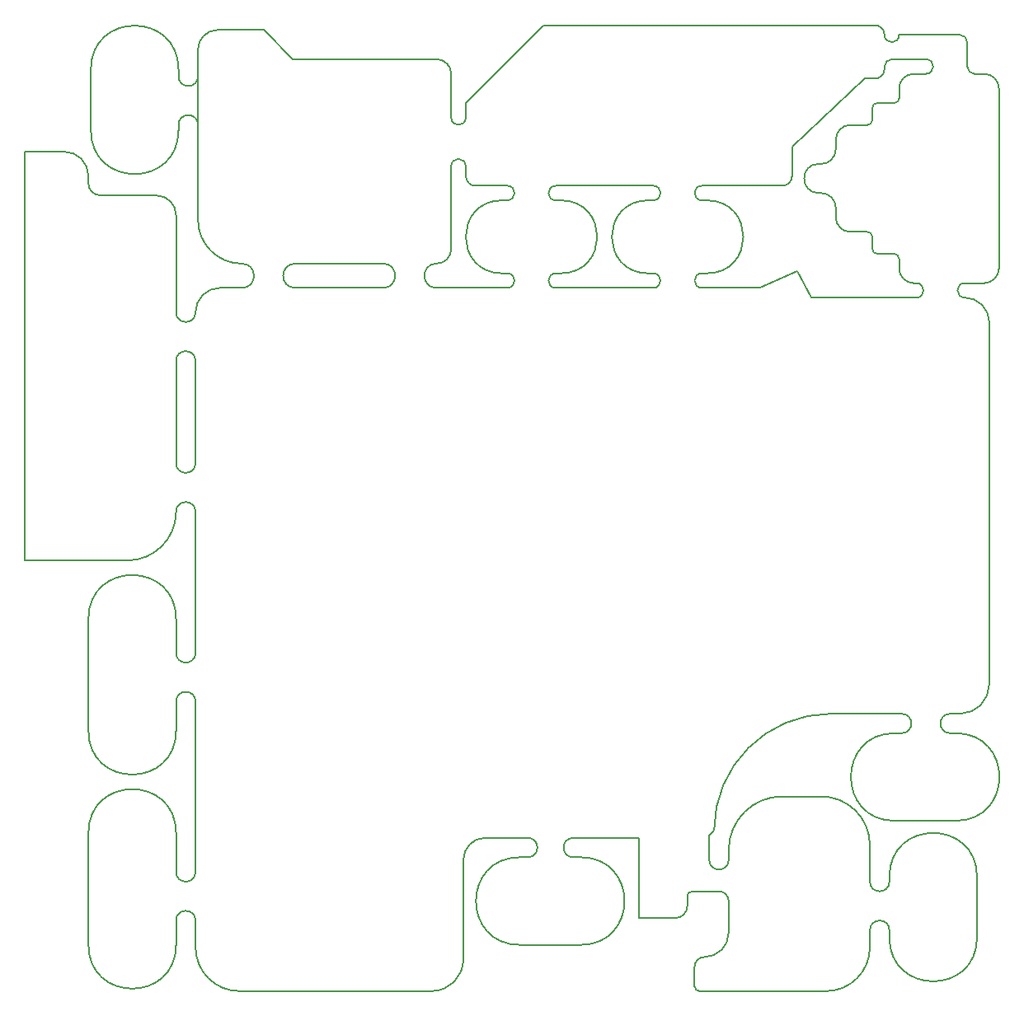
<source format=gbr>
G04 #@! TF.FileFunction,Profile,NP*
%FSLAX46Y46*%
G04 Gerber Fmt 4.6, Leading zero omitted, Abs format (unit mm)*
G04 Created by KiCad (PCBNEW 4.0.2+e4-6225~38~ubuntu14.04.1-stable) date sam. 02 juil. 2016 22:13:44 CEST*
%MOMM*%
G01*
G04 APERTURE LIST*
%ADD10C,0.100000*%
%ADD11C,0.150000*%
G04 APERTURE END LIST*
D10*
D11*
X154500000Y-132000000D02*
X157250000Y-132000000D01*
X154500000Y-132000000D02*
G75*
G03X154000000Y-132500000I0J-500000D01*
G01*
X156250000Y-126250000D02*
X156750000Y-125750000D01*
X156250000Y-128750000D02*
X156250000Y-126250000D01*
X103500000Y-135000000D02*
G75*
G03X101500000Y-135000000I-1000000J0D01*
G01*
X182750000Y-44750000D02*
G75*
G03X182000000Y-44000000I-750000J0D01*
G01*
X174250000Y-47500000D02*
X174250000Y-47250000D01*
X175000000Y-46500000D02*
X178500000Y-46500000D01*
X174250000Y-44000000D02*
G75*
G03X175750000Y-44000000I750000J0D01*
G01*
X175000000Y-46500000D02*
G75*
G03X174250000Y-47250000I0J-750000D01*
G01*
X182000000Y-44000000D02*
X175750000Y-44000000D01*
X182750000Y-47250000D02*
X182750000Y-44750000D01*
X184500000Y-48000000D02*
X183500000Y-48000000D01*
X182750000Y-47250000D02*
G75*
G03X183500000Y-48000000I750000J0D01*
G01*
X178500000Y-48000000D02*
G75*
G03X178500000Y-46500000I0J750000D01*
G01*
X175250000Y-51000000D02*
G75*
G03X175750000Y-50500000I0J500000D01*
G01*
X173000000Y-51500000D02*
G75*
G02X173500000Y-51000000I500000J0D01*
G01*
X175250000Y-51000000D02*
X173500000Y-51000000D01*
X175750000Y-50500000D02*
X175750000Y-49500000D01*
X173000000Y-52750000D02*
X173000000Y-51500000D01*
X173000000Y-52750000D02*
G75*
G02X172500000Y-53250000I-500000J0D01*
G01*
X173000000Y-66000000D02*
G75*
G03X173500000Y-66500000I500000J0D01*
G01*
X175750000Y-67000000D02*
X175750000Y-68000000D01*
X170750000Y-64250000D02*
X172500000Y-64250000D01*
X175250000Y-66500000D02*
G75*
G02X175750000Y-67000000I0J-500000D01*
G01*
X175250000Y-66500000D02*
X173500000Y-66500000D01*
X173000000Y-64750000D02*
G75*
G03X172500000Y-64250000I-500000J0D01*
G01*
X182500000Y-69500000D02*
X184500000Y-69500000D01*
X177500000Y-71000000D02*
G75*
G03X177500000Y-69500000I0J750000D01*
G01*
X182500000Y-69500000D02*
G75*
G03X182500000Y-71000000I0J-750000D01*
G01*
X175750000Y-68000000D02*
G75*
G03X177250000Y-69500000I1500000J0D01*
G01*
X184500000Y-69500000D02*
G75*
G03X186000000Y-68000000I0J1500000D01*
G01*
X186000000Y-49500000D02*
G75*
G03X184500000Y-48000000I-1500000J0D01*
G01*
X177250000Y-48000000D02*
G75*
G03X175750000Y-49500000I0J-1500000D01*
G01*
X101500000Y-62500000D02*
X101500000Y-72500000D01*
X173000000Y-64750000D02*
X173000000Y-66000000D01*
X170750000Y-53250000D02*
X172500000Y-53250000D01*
X170750000Y-53250000D02*
G75*
G03X169250000Y-54750000I0J-1500000D01*
G01*
X169250000Y-54750000D02*
X169250000Y-55750000D01*
X167500000Y-57250000D02*
X167750000Y-57250000D01*
X167750000Y-57250000D02*
G75*
G03X169250000Y-55750000I0J1500000D01*
G01*
X178500000Y-48000000D02*
X177250000Y-48000000D01*
X186000000Y-68000000D02*
X186000000Y-49500000D01*
X177250000Y-69500000D02*
X177500000Y-69500000D01*
X169250000Y-61750000D02*
X169250000Y-62750000D01*
X167500000Y-60250000D02*
X167750000Y-60250000D01*
X169250000Y-61750000D02*
G75*
G03X167750000Y-60250000I-1500000J0D01*
G01*
X167500000Y-57250000D02*
G75*
G03X167500000Y-60250000I0J-1500000D01*
G01*
X169250000Y-62750000D02*
G75*
G03X170750000Y-64250000I1500000J0D01*
G01*
X93750000Y-60500000D02*
G75*
G02X92500000Y-59250000I0J1250000D01*
G01*
X92500000Y-59250000D02*
X92500000Y-58500000D01*
X129750000Y-48000000D02*
X129750000Y-52500000D01*
X131250000Y-51000000D02*
X131250000Y-52500000D01*
X129750000Y-52500000D02*
G75*
G03X131250000Y-52500000I750000J0D01*
G01*
X131250000Y-57500000D02*
G75*
G03X129750000Y-57500000I-750000J0D01*
G01*
X155500000Y-59500000D02*
X163750000Y-59500000D01*
X155500000Y-61000000D02*
X156000000Y-61000000D01*
X155500000Y-59500000D02*
G75*
G03X155500000Y-61000000I0J-750000D01*
G01*
X150500000Y-61000000D02*
G75*
G03X150500000Y-59500000I0J750000D01*
G01*
X132250000Y-59500000D02*
X135500000Y-59500000D01*
X140500000Y-61000000D02*
X141000000Y-61000000D01*
X135500000Y-61000000D02*
G75*
G03X135500000Y-59500000I0J750000D01*
G01*
X140500000Y-59500000D02*
G75*
G03X140500000Y-61000000I0J-750000D01*
G01*
X155500000Y-70000000D02*
X161500000Y-70000000D01*
X140500000Y-70000000D02*
X150500000Y-70000000D01*
X128250000Y-70000000D02*
X135500000Y-70000000D01*
X128250000Y-67500000D02*
G75*
G03X128250000Y-70000000I0J-1250000D01*
G01*
X122750000Y-70000000D02*
G75*
G03X122750000Y-67500000I0J1250000D01*
G01*
X155500000Y-68500000D02*
G75*
G03X155500000Y-70000000I0J-750000D01*
G01*
X150500000Y-70000000D02*
G75*
G03X150500000Y-68500000I0J750000D01*
G01*
X135500000Y-70000000D02*
G75*
G03X135500000Y-68500000I0J750000D01*
G01*
X140500000Y-68500000D02*
G75*
G03X140500000Y-70000000I0J-750000D01*
G01*
X106000000Y-70000000D02*
X108250000Y-70000000D01*
X113750000Y-67500000D02*
G75*
G03X113750000Y-70000000I0J-1250000D01*
G01*
X108250000Y-70000000D02*
G75*
G03X108250000Y-67500000I0J1250000D01*
G01*
X156000000Y-68500000D02*
X155502758Y-68500000D01*
X150002758Y-68500000D02*
X150502758Y-68500000D01*
X156002758Y-68500000D02*
G75*
G03X156002758Y-61000000I0J3750000D01*
G01*
X150000000Y-61000000D02*
X150500000Y-61000000D01*
X150002758Y-61000000D02*
G75*
G03X150002758Y-68500000I0J-3750000D01*
G01*
X166750000Y-71000000D02*
X177500000Y-71000000D01*
X165250000Y-68250000D02*
X166750000Y-71000000D01*
X161500000Y-70000000D02*
X165250000Y-68250000D01*
X132250000Y-59500000D02*
G75*
G02X131250000Y-58500000I0J1000000D01*
G01*
X164750000Y-58500000D02*
G75*
G02X163750000Y-59500000I-1000000J0D01*
G01*
X174250000Y-47500000D02*
G75*
G02X173250000Y-48500000I-1000000J0D01*
G01*
X173250000Y-43000000D02*
G75*
G02X174250000Y-44000000I0J-1000000D01*
G01*
X172250000Y-48500000D02*
X173250000Y-48500000D01*
X164750000Y-55500000D02*
X172250000Y-48500000D01*
X164750000Y-58500000D02*
X164750000Y-55500000D01*
X140500000Y-59500000D02*
X150500000Y-59500000D01*
X131250000Y-57500000D02*
X131250000Y-58500000D01*
X139250000Y-43000000D02*
X131250000Y-51000000D01*
X173250000Y-43000000D02*
X139250000Y-43000000D01*
X99500000Y-60500000D02*
X93750000Y-60500000D01*
X99500000Y-60500000D02*
G75*
G02X101500000Y-62500000I0J-2000000D01*
G01*
X101500000Y-93000000D02*
G75*
G02X96500000Y-98000000I-5000000J0D01*
G01*
X90000000Y-56000000D02*
G75*
G02X92500000Y-58500000I0J-2500000D01*
G01*
X96500000Y-98000000D02*
X86000000Y-98000000D01*
X101500000Y-77500000D02*
X101500000Y-88000000D01*
X86000000Y-56000000D02*
X90000000Y-56000000D01*
X86000000Y-98000000D02*
X86000000Y-56000000D01*
X105750000Y-43500000D02*
G75*
G03X103750000Y-45500000I0J-2000000D01*
G01*
X103750000Y-63000000D02*
G75*
G03X108250000Y-67500000I4500000J0D01*
G01*
X128250000Y-67500000D02*
G75*
G03X129750000Y-66000000I0J1500000D01*
G01*
X129750000Y-48000000D02*
G75*
G03X128250000Y-46500000I-1500000J0D01*
G01*
X113500000Y-46500000D02*
X128250000Y-46500000D01*
X110500000Y-43500000D02*
X113500000Y-46500000D01*
X129750000Y-66000000D02*
X129750000Y-57500000D01*
X105750000Y-43500000D02*
X110500000Y-43500000D01*
X103750000Y-63000000D02*
X103750000Y-45500000D01*
X122750000Y-67500000D02*
X113750000Y-67500000D01*
X103750000Y-48250000D02*
X103750000Y-53250000D01*
X101750000Y-48250000D02*
G75*
G03X103750000Y-48250000I1000000J0D01*
G01*
X103750000Y-53250000D02*
G75*
G03X101750000Y-53250000I-1000000J0D01*
G01*
X101750000Y-53800000D02*
X101750000Y-53250000D01*
X92750000Y-53800000D02*
X92750000Y-47550000D01*
X92750000Y-53800000D02*
G75*
G03X101750000Y-53800000I4500000J0D01*
G01*
X101750000Y-47550000D02*
X101750000Y-48250000D01*
X101750000Y-47550000D02*
G75*
G03X92750000Y-47550000I-4500000J0D01*
G01*
X172750000Y-127250000D02*
X172750000Y-131000000D01*
X174750000Y-136750000D02*
X174750000Y-136000000D01*
X172750000Y-131000000D02*
G75*
G03X174750000Y-131000000I1000000J0D01*
G01*
X174750000Y-136000000D02*
G75*
G03X172750000Y-136000000I-1000000J0D01*
G01*
X174750000Y-131000000D02*
X174750000Y-130500000D01*
X174750000Y-136750000D02*
G75*
G03X183750000Y-136750000I4500000J0D01*
G01*
X183750000Y-130500000D02*
G75*
G03X174750000Y-130500000I-4500000J0D01*
G01*
X183750000Y-130500000D02*
X183750000Y-136750000D01*
X181000000Y-113750000D02*
G75*
G03X181000000Y-115750000I0J-1000000D01*
G01*
X168750000Y-113750000D02*
X176000000Y-113750000D01*
X154000000Y-132500000D02*
X154000000Y-133500000D01*
X168750000Y-113750000D02*
G75*
G03X156750000Y-125750000I0J-12000000D01*
G01*
X158250000Y-127750000D02*
X158250000Y-128750000D01*
X176000000Y-115750000D02*
G75*
G03X176000000Y-113750000I0J1000000D01*
G01*
X181550000Y-124750000D02*
G75*
G03X181550000Y-115750000I0J4500000D01*
G01*
X181550000Y-115750000D02*
X181000000Y-115750000D01*
X175300000Y-115750000D02*
X176000000Y-115750000D01*
X181550000Y-124750000D02*
X175300000Y-124750000D01*
X175300000Y-115750000D02*
G75*
G03X175300000Y-124750000I0J-4500000D01*
G01*
X167750000Y-122250000D02*
X163750000Y-122250000D01*
X154750000Y-139750000D02*
X154750000Y-141750000D01*
X103500000Y-77500000D02*
X103500000Y-88000000D01*
X101500000Y-104000000D02*
X101500000Y-107500000D01*
X101500000Y-115500000D02*
X101500000Y-112500000D01*
X92500000Y-115500000D02*
G75*
G03X101500000Y-115500000I4500000J0D01*
G01*
X101500000Y-72500000D02*
G75*
G03X103500000Y-72500000I1000000J0D01*
G01*
X101500000Y-104000000D02*
G75*
G03X92500000Y-104000000I-4500000J0D01*
G01*
X103500000Y-77500000D02*
G75*
G03X101500000Y-77500000I-1000000J0D01*
G01*
X92500000Y-104000000D02*
X92500000Y-115500000D01*
X155250000Y-142250000D02*
G75*
G02X154750000Y-141750000I0J500000D01*
G01*
X172750000Y-137750000D02*
G75*
G02X168250000Y-142250000I-4500000J0D01*
G01*
X142300000Y-126500000D02*
X149000000Y-126500000D01*
X136800000Y-128500000D02*
G75*
G03X136800000Y-137500000I0J-4500000D01*
G01*
X142300000Y-126500000D02*
G75*
G03X142300000Y-128500000I0J-1000000D01*
G01*
X143050000Y-128500000D02*
X142300000Y-128500000D01*
X143050000Y-137500000D02*
G75*
G03X143050000Y-128500000I0J4500000D01*
G01*
X136800000Y-128500000D02*
X137600000Y-128500000D01*
X143050000Y-137500000D02*
X136800000Y-137500000D01*
X137600000Y-128500000D02*
G75*
G03X137600000Y-126500000I0J1000000D01*
G01*
X103500000Y-130000000D02*
X103500000Y-112500000D01*
X158250000Y-136250000D02*
G75*
G02X155750000Y-138750000I-2500000J0D01*
G01*
X181000000Y-113750000D02*
X182000000Y-113750000D01*
X156250000Y-128750000D02*
G75*
G03X158250000Y-128750000I1000000J0D01*
G01*
X158250000Y-133000000D02*
G75*
G03X157250000Y-132000000I-1000000J0D01*
G01*
X154750000Y-139750000D02*
G75*
G02X155750000Y-138750000I1000000J0D01*
G01*
X167750000Y-122250000D02*
G75*
G02X172750000Y-127250000I0J-5000000D01*
G01*
X158250000Y-127750000D02*
G75*
G02X163750000Y-122250000I5500000J0D01*
G01*
X158250000Y-136250000D02*
X158250000Y-133000000D01*
X168250000Y-142250000D02*
X155250000Y-142250000D01*
X172750000Y-136000000D02*
X172750000Y-137750000D01*
X149000000Y-134750000D02*
X149000000Y-126500000D01*
X152750000Y-134750000D02*
X149000000Y-134750000D01*
X152750000Y-134750000D02*
G75*
G03X154000000Y-133500000I0J1250000D01*
G01*
X101500000Y-107500000D02*
G75*
G03X103500000Y-107500000I1000000J0D01*
G01*
X103500000Y-112500000D02*
G75*
G03X101500000Y-112500000I-1000000J0D01*
G01*
X101500000Y-88000000D02*
G75*
G03X103500000Y-88000000I1000000J0D01*
G01*
X103500000Y-107500000D02*
X103500000Y-93000000D01*
X103500000Y-93000000D02*
G75*
G03X101500000Y-93000000I-1000000J0D01*
G01*
X103500000Y-137750000D02*
X103500000Y-135000000D01*
X101500000Y-130000000D02*
G75*
G03X103500000Y-130000000I1000000J0D01*
G01*
X103500000Y-137750000D02*
G75*
G03X108000000Y-142250000I4500000J0D01*
G01*
X131000000Y-128750000D02*
X131000000Y-139000000D01*
X127750000Y-142250000D02*
G75*
G03X131000000Y-139000000I0J3250000D01*
G01*
X133250000Y-126500000D02*
G75*
G03X131000000Y-128750000I0J-2250000D01*
G01*
X141000000Y-68500000D02*
G75*
G03X141000000Y-61000000I0J3750000D01*
G01*
X135000000Y-68500000D02*
X135500000Y-68500000D01*
X141000000Y-68500000D02*
X140500000Y-68500000D01*
X135000000Y-61000000D02*
X135500000Y-61000000D01*
X135000000Y-61000000D02*
G75*
G03X135000000Y-68500000I0J-3750000D01*
G01*
X101500000Y-126000000D02*
G75*
G03X92500000Y-126000000I-4500000J0D01*
G01*
X101500000Y-137500000D02*
X101500000Y-135000000D01*
X92500000Y-126000000D02*
X92500000Y-137500000D01*
X92500000Y-137500000D02*
G75*
G03X101500000Y-137500000I4500000J0D01*
G01*
X101500000Y-126000000D02*
X101500000Y-130000000D01*
X106000000Y-70000000D02*
G75*
G03X103500000Y-72500000I0J-2500000D01*
G01*
X182000000Y-113750000D02*
G75*
G03X185000000Y-110750000I0J3000000D01*
G01*
X185000000Y-73500000D02*
G75*
G03X182500000Y-71000000I-2500000J0D01*
G01*
X108000000Y-142250000D02*
X127750000Y-142250000D01*
X133250000Y-126500000D02*
X137600000Y-126500000D01*
X185000000Y-110750000D02*
X185000000Y-73500000D01*
X122750000Y-70000000D02*
X113750000Y-70000000D01*
M02*

</source>
